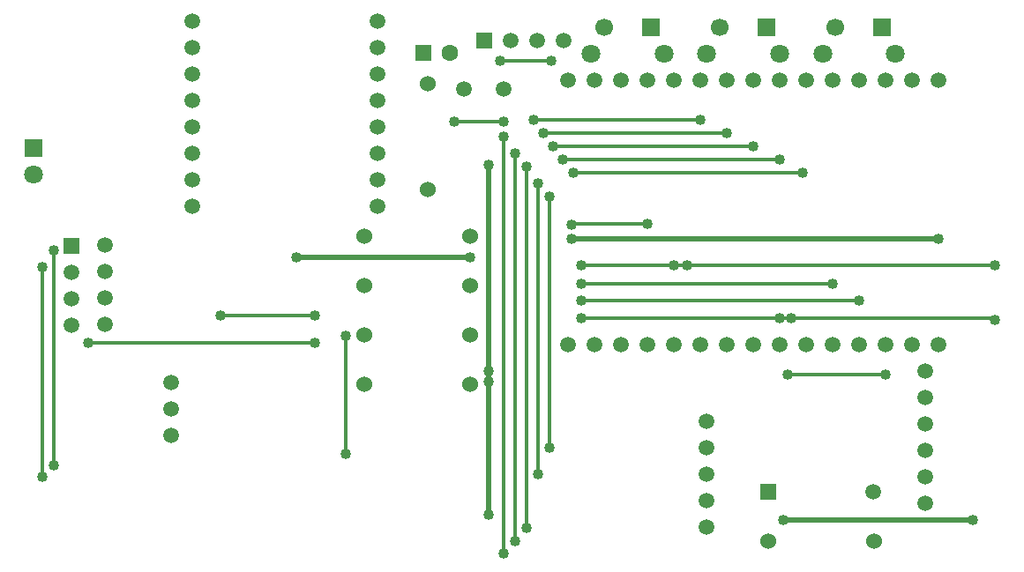
<source format=gbr>
G04 DipTrace 4.2.0.1*
G04 1 - Top.gbr*
%MOMM*%
G04 #@! TF.FileFunction,Copper,L1,Top*
G04 #@! TF.Part,Single*
G04 #@! TA.AperFunction,Conductor*
%ADD13C,0.5*%
%ADD14C,0.33*%
G04 #@! TA.AperFunction,ComponentPad*
%ADD15C,1.7*%
%ADD16R,1.7X1.7*%
%ADD17C,1.8*%
%ADD18C,1.6*%
%ADD19R,1.6X1.6*%
%ADD20R,1.5X1.5*%
%ADD21C,1.5*%
%ADD22C,1.524*%
%ADD23C,1.524*%
%ADD24R,1.8X1.8*%
G04 #@! TA.AperFunction,ViaPad*
%ADD27C,1.016*%
%FSLAX35Y35*%
G04*
G71*
G90*
G75*
G01*
G04 Top*
%LPD*%
X5730750Y4857623D2*
D13*
Y2873250D1*
Y2776303D1*
Y1492123D1*
Y2873250D2*
D3*
X5731063Y2776303D2*
X5730750D1*
X4362317Y3217780D2*
D14*
X4358450Y2081563D1*
X10050227Y4147870D2*
D13*
X6530533D1*
Y4145713D1*
X5556127Y3968623D2*
X3889250D1*
X8635873Y3381250D2*
D14*
X10588500D1*
Y3365377D1*
X6619750Y3381250D2*
X8524750D1*
X8635873D1*
X8270750Y5032250D2*
X6349873D1*
X6095877Y4841750D2*
Y1365123D1*
X6095873D1*
X1555627Y4032123D2*
Y1968377D1*
X6619750Y3555877D2*
X9286750D1*
Y3555873D1*
X1889000Y3143127D2*
X4063873D1*
Y3143123D1*
X6530533Y4281873D2*
Y4286123D1*
X7254750D1*
X10588500Y3889250D2*
X7635750D1*
X7508750D1*
X6619750D1*
X7635750D2*
D3*
X8556500Y1444500D2*
D13*
X10382123D1*
X8016750Y5159250D2*
D14*
X6254627D1*
X5984750Y4968750D2*
Y1238123D1*
X1444500Y3873377D2*
Y1857250D1*
X6619750Y3714623D2*
X9032750D1*
X3159000Y3413000D2*
X4063873D1*
X8747000Y4778250D2*
X6540373D1*
X6318127Y4556000D2*
Y2143000D1*
X7762750Y5286250D2*
X6159373D1*
X5873627Y5127500D2*
Y1127000D1*
X8524750Y4905250D2*
X6445127D1*
X6207000Y4683000D2*
Y1889000D1*
X5873160Y5274590D2*
X5397233D1*
Y5272197D1*
X5843283Y5858147D2*
X6334833D1*
X9540750Y2841500D2*
X8604127D1*
D27*
X6619750Y3381250D3*
X10588500Y3365377D3*
X8524750Y3381250D3*
X8635873D3*
X6619750Y3889250D3*
X10588500D3*
X7508750D3*
X7635750D3*
X7254750Y4286123D3*
X8747000Y4778250D3*
X6530533Y4281873D3*
X8524750Y4905250D3*
X8270750Y5032250D3*
X8016750Y5159250D3*
X7762750Y5286250D3*
X6540373Y4778250D3*
X6445127Y4905250D3*
X6349873Y5032250D3*
X6254627Y5159250D3*
X6159373Y5286250D3*
X6318127Y4556000D3*
X6207000Y4683000D3*
X6095877Y4841750D3*
X5984750Y4968750D3*
X5873627Y5127500D3*
X6318127Y2143000D3*
X6207000Y1889000D3*
X6095873Y1365123D3*
X5984750Y1238123D3*
X5873627Y1127000D3*
X1555627Y4032123D3*
X1444500Y3873377D3*
X1555627Y1968377D3*
X1444500Y1857250D3*
X6334833Y5858147D3*
X5843283D3*
X8604127Y2841500D3*
X9540750D3*
X6619750Y3555877D3*
Y3714623D3*
X9286750Y3555873D3*
X9032750Y3714623D3*
X3159000Y3413000D3*
X4063873D3*
X1889000Y3143127D3*
X4063873Y3143123D3*
X5730750Y4857623D3*
Y1492123D3*
Y2873250D3*
X10050227Y4147870D3*
X6530533Y4145713D3*
X5556127Y3968623D3*
X3889250D3*
X5397233Y5272197D3*
X5873160Y5274590D3*
X5731063Y2776303D3*
X8556500Y1444500D3*
X10382123D3*
X4362317Y3217780D3*
X4358450Y2081563D3*
D15*
X9061750Y6175750D3*
D16*
X9511750D3*
D17*
X8936750Y5925750D3*
X9636750D3*
D18*
X5360220Y5928150D3*
D19*
X5106220D3*
D20*
X8416623Y1714377D3*
D21*
X9426623D3*
X4668890Y4460733D3*
X4668884Y4714733D3*
X4668878Y4968733D3*
X4668873Y5222733D3*
X4668867Y5476733D3*
X4668862Y5730733D3*
X4668856Y5984733D3*
X4668850Y6238733D3*
X2890850Y6238694D3*
D3*
X2890856Y5984694D3*
X2890862Y5730694D3*
X2890867Y5476694D3*
X2890873Y5222694D3*
X2890878Y4968694D3*
X2890884Y4714694D3*
X2890890Y4460694D3*
D15*
X6839250Y6175750D3*
D16*
X7289250D3*
D17*
X6714250Y5925750D3*
X7414250D3*
D15*
X7950500Y6175750D3*
D16*
X8400500D3*
D17*
X7825500Y5925750D3*
X8525500D3*
D21*
X6492750Y3127250D3*
X6746750D3*
X7000750D3*
X7254750D3*
X7508750D3*
X7762750D3*
X8016750D3*
X8270750D3*
X8524750D3*
D3*
X8778750D3*
X9032750D3*
X9286750D3*
X9540750D3*
X9794750D3*
X10048750D3*
Y5667250D3*
X9794750D3*
X9540750D3*
X9286750D3*
X9032750D3*
X8778750D3*
X8524750D3*
X8270750D3*
X8016750D3*
X7762750D3*
X7508750D3*
X7254750D3*
X7000750D3*
X6746750D3*
X6492750D3*
X7826250Y1889000D3*
Y2143000D3*
Y2397000D3*
Y1635000D3*
Y1381000D3*
D20*
X1730250Y4079750D3*
D21*
Y3825750D3*
Y3571750D3*
Y3317750D3*
D20*
X5692957Y6048250D3*
D21*
X5946957D3*
X6200957D3*
X6454957D3*
X2045000Y4086250D3*
Y3832250D3*
Y3578250D3*
D3*
Y3324250D3*
X5879607Y5584093D3*
X5498607D3*
D22*
X5556127Y4175000D3*
D23*
X4540127D3*
D22*
X5556127Y3698750D3*
D23*
X4540127D3*
D22*
X5556123Y3222500D3*
D23*
X4540123D3*
D22*
X5556127Y2746250D3*
D23*
X4540127D3*
D22*
X9429627Y1238123D3*
D23*
X8413627D3*
D22*
X5146603Y5638353D3*
D23*
Y4622353D3*
D24*
X1365123Y5016373D3*
D17*
Y4762373D3*
D21*
X9921750Y2873250D3*
Y2619250D3*
Y2365250D3*
Y2111250D3*
Y1857250D3*
Y1603250D3*
X2682750Y2762127D3*
Y2508127D3*
Y2254127D3*
M02*

</source>
